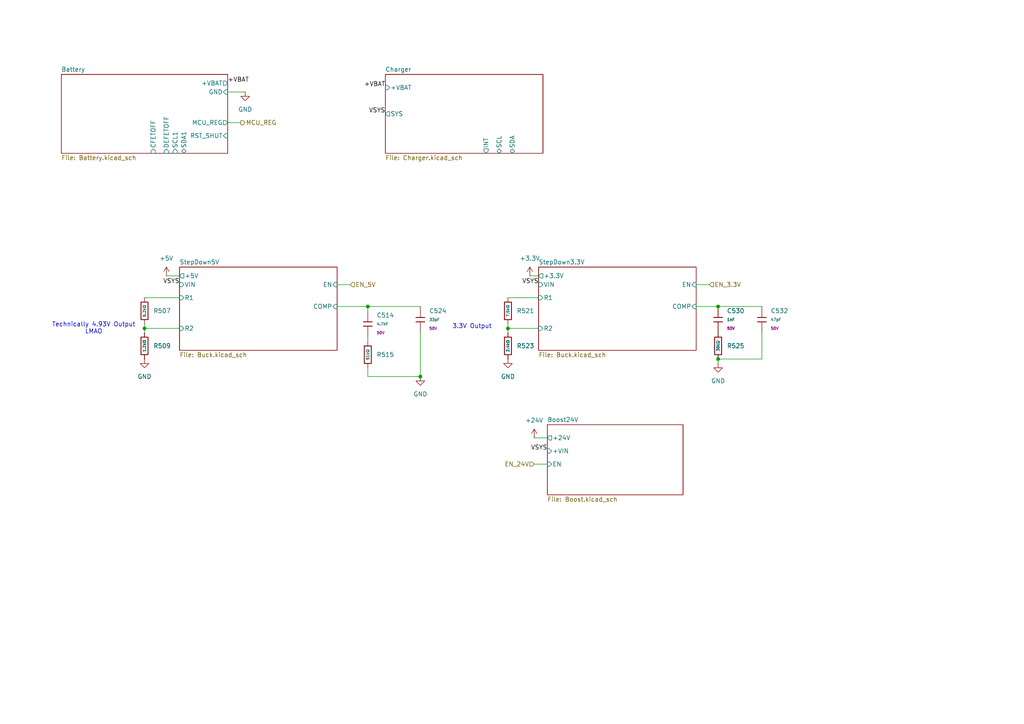
<source format=kicad_sch>
(kicad_sch (version 20250114) (generator "eeschema") (generator_version "9.0")
  (paper "A4")
  (lib_symbols
    (symbol "4in-power:0402,1nF" (pin_numbers (hide yes)) (pin_names (offset 0))
      (property "Reference" "C" (at 2.032 1.668 0))
      (property "Value" "1nF" (at 2.032 -0.3782 0))
      (property "Voltage Rated" "50V" (at 2.032 -2.0462 0))
      (symbol "0402,1nF_0_1"
        (polyline (pts (xy -1.27 0.635) (xy 1.27 0.635)) (stroke (width 0.254)))
        (polyline (pts (xy -1.27 -0.635) (xy 1.27 -0.635)) (stroke (width 0.254)))
      )
      (symbol "0402,1nF_1_1"
        (pin passive line (at 0 3.81 270) (length 3.175) (name "~") (number "1"))
        (pin passive line (at 0 -3.81 90) (length 3.175) (name "~") (number "2"))
      )
    )
    (symbol "4in-power:0402,2.4kΩ" (pin_numbers (hide yes)) (pin_names (offset 0))
      (property "Reference" "R" (at 1.778 0 0))
      (property "Value" "2.4kΩ" (at 0 0 90))
      (symbol "0402,2.4kΩ_0_1"
        (rectangle (start -1.016 2.54) (end 1.016 -2.54) (stroke (width 0.254)))
      )
      (symbol "0402,2.4kΩ_1_1"
        (pin passive line (at 0 3.81 270) (length 1.27) (name "~") (number "1"))
        (pin passive line (at 0 -3.81 90) (length 1.27) (name "~") (number "2"))
      )
    )
    (symbol "4in-power:0402,4.7nF" (pin_numbers (hide yes)) (pin_names (offset 0))
      (property "Reference" "C" (at 2.032 1.668 0))
      (property "Value" "4.7nF" (at 2.032 -0.3782 0))
      (property "Voltage Rated" "50V" (at 2.032 -2.0462 0))
      (symbol "0402,4.7nF_0_1"
        (polyline (pts (xy -1.27 0.635) (xy 1.27 0.635)) (stroke (width 0.254)))
        (polyline (pts (xy -1.27 -0.635) (xy 1.27 -0.635)) (stroke (width 0.254)))
      )
      (symbol "0402,4.7nF_1_1"
        (pin passive line (at 0 3.81 270) (length 3.175) (name "~") (number "1"))
        (pin passive line (at 0 -3.81 90) (length 3.175) (name "~") (number "2"))
      )
    )
    (symbol "4in-power:0402,47pF" (pin_numbers (hide yes)) (pin_names (offset 0))
      (property "Reference" "C" (at 2.032 1.668 0))
      (property "Value" "47pF" (at 2.032 -0.3782 0))
      (property "Voltage Rated" "50V" (at 2.032 -2.0462 0))
      (symbol "0402,47pF_0_1"
        (polyline (pts (xy -1.27 0.635) (xy 1.27 0.635)) (stroke (width 0.254)))
        (polyline (pts (xy -1.27 -0.635) (xy 1.27 -0.635)) (stroke (width 0.254)))
      )
      (symbol "0402,47pF_1_1"
        (pin passive line (at 0 3.81 270) (length 3.175) (name "~") (number "1"))
        (pin passive line (at 0 -3.81 90) (length 3.175) (name "~") (number "2"))
      )
    )
    (symbol "4in-power:0402,7.5kΩ" (pin_numbers (hide yes)) (pin_names (offset 0))
      (property "Reference" "R" (at 1.778 0 0))
      (property "Value" "7.5kΩ" (at 0 0 90))
      (symbol "0402,7.5kΩ_0_1"
        (rectangle (start -1.016 2.54) (end 1.016 -2.54) (stroke (width 0.254)))
      )
      (symbol "0402,7.5kΩ_1_1"
        (pin passive line (at 0 3.81 270) (length 1.27) (name "~") (number "1"))
        (pin passive line (at 0 -3.81 90) (length 1.27) (name "~") (number "2"))
      )
    )
    (symbol "4in-power:0603,30kΩ" (pin_numbers (hide yes)) (pin_names (offset 0))
      (property "Reference" "R" (at 1.778 0 0))
      (property "Value" "30kΩ" (at 0 0 90))
      (symbol "0603,30kΩ_0_1"
        (rectangle (start -1.016 2.54) (end 1.016 -2.54) (stroke (width 0.254)))
      )
      (symbol "0603,30kΩ_1_1"
        (pin passive line (at 0 3.81 270) (length 1.27) (name "~") (number "1"))
        (pin passive line (at 0 -3.81 90) (length 1.27) (name "~") (number "2"))
      )
    )
    (symbol "4in-power:0805,1.2kΩ" (pin_numbers (hide yes)) (pin_names (offset 0))
      (property "Reference" "R" (at 1.778 0 0))
      (property "Value" "1.2kΩ" (at 0 0 90))
      (symbol "0805,1.2kΩ_0_1"
        (rectangle (start -1.016 2.54) (end 1.016 -2.54) (stroke (width 0.254)))
      )
      (symbol "0805,1.2kΩ_1_1"
        (pin passive line (at 0 3.81 270) (length 1.27) (name "~") (number "1"))
        (pin passive line (at 0 -3.81 90) (length 1.27) (name "~") (number "2"))
      )
    )
    (symbol "4in-power:0805,33pF" (pin_numbers (hide yes)) (pin_names (offset 0))
      (property "Reference" "C" (at 2.032 1.668 0))
      (property "Value" "33pF" (at 2.032 -0.3782 0))
      (property "Voltage Rated" "50V" (at 2.032 -2.0462 0))
      (symbol "0805,33pF_0_1"
        (polyline (pts (xy -1.27 0.635) (xy 1.27 0.635)) (stroke (width 0.254)))
        (polyline (pts (xy -1.27 -0.635) (xy 1.27 -0.635)) (stroke (width 0.254)))
      )
      (symbol "0805,33pF_1_1"
        (pin passive line (at 0 3.81 270) (length 3.175) (name "~") (number "1"))
        (pin passive line (at 0 -3.81 90) (length 3.175) (name "~") (number "2"))
      )
    )
    (symbol "4in-power:0805,51kΩ" (pin_numbers (hide yes)) (pin_names (offset 0))
      (property "Reference" "R" (at 1.778 0 0))
      (property "Value" "51kΩ" (at 0 0 90))
      (symbol "0805,51kΩ_0_1"
        (rectangle (start -1.016 2.54) (end 1.016 -2.54) (stroke (width 0.254)))
      )
      (symbol "0805,51kΩ_1_1"
        (pin passive line (at 0 3.81 270) (length 1.27) (name "~") (number "1"))
        (pin passive line (at 0 -3.81 90) (length 1.27) (name "~") (number "2"))
      )
    )
    (symbol "4in-power:0805,6.2kΩ" (pin_numbers (hide yes)) (pin_names (offset 0))
      (property "Reference" "R" (at 1.778 0 0))
      (property "Value" "6.2kΩ" (at 0 0 90))
      (symbol "0805,6.2kΩ_0_1"
        (rectangle (start -1.016 2.54) (end 1.016 -2.54) (stroke (width 0.254)))
      )
      (symbol "0805,6.2kΩ_1_1"
        (pin passive line (at 0 3.81 270) (length 1.27) (name "~") (number "1"))
        (pin passive line (at 0 -3.81 90) (length 1.27) (name "~") (number "2"))
      )
    )
    (symbol "power:+24V" (power) (pin_numbers (hide yes)) (pin_names (offset 0) (hide yes))
      (property "Value" "+24V" (at 0 3.556 0))
      (symbol "+24V_0_1"
        (polyline (pts (xy -0.762 1.27) (xy 0 2.54)))
        (polyline (pts (xy 0 2.54) (xy 0.762 1.27)))
        (polyline (pts (xy 0 0) (xy 0 2.54)))
      )
      (symbol "+24V_1_1"
        (pin power_in line (at 0 0 90) (length 0) (name "~") (number "1"))
      )
    )
    (symbol "power:+3.3V" (power) (pin_numbers (hide yes)) (pin_names (offset 0) (hide yes))
      (property "Value" "+3.3V" (at 0 3.556 0))
      (symbol "+3.3V_0_1"
        (polyline (pts (xy -0.762 1.27) (xy 0 2.54)))
        (polyline (pts (xy 0 2.54) (xy 0.762 1.27)))
        (polyline (pts (xy 0 0) (xy 0 2.54)))
      )
      (symbol "+3.3V_1_1"
        (pin power_in line (at 0 0 90) (length 0) (name "~") (number "1"))
      )
    )
    (symbol "power:+5V" (power) (pin_numbers (hide yes)) (pin_names (offset 0) (hide yes))
      (property "Value" "+5V" (at 0 3.556 0))
      (symbol "+5V_0_1"
        (polyline (pts (xy -0.762 1.27) (xy 0 2.54)))
        (polyline (pts (xy 0 2.54) (xy 0.762 1.27)))
        (polyline (pts (xy 0 0) (xy 0 2.54)))
      )
      (symbol "+5V_1_1"
        (pin power_in line (at 0 0 90) (length 0) (name "~") (number "1"))
      )
    )
    (symbol "power:GND" (power) (pin_numbers (hide yes)) (pin_names (offset 0) (hide yes))
      (property "Value" "GND" (at 0 -3.81 0))
      (symbol "GND_0_1"
        (polyline (pts (xy 0 0) (xy 0 -1.27) (xy 1.27 -1.27) (xy 0 -2.54) (xy -1.27 -1.27) (xy 0 -1.27)))
      )
      (symbol "GND_1_1"
        (pin power_in line (at 0 0 270) (length 0) (name "~") (number "1"))
      )
    )
  )
  (text "Technically 4.93V Output\nLMAO" (at 27.178 95.25 0) (effects (font (size 1.27 1.27))))
  (text "5V Buck-boost" (at 349.504 261.62 0) (effects (font (size 3.175 3.175))))
  (text "3.3V Output" (at 136.906 94.742 0) (effects (font (size 1.27 1.27))))
  (junction (at 147.32 95.25))
  (junction (at 106.68 88.9))
  (junction (at 121.92 109.22))
  (junction (at 41.91 95.25))
  (junction (at 208.28 104.14))
  (junction (at 208.28 88.9))
  (wire (pts (xy 201.93 88.9) (xy 208.28 88.9)))
  (wire (pts (xy 106.68 97.79) (xy 106.68 99.06)))
  (wire (pts (xy 121.92 96.52) (xy 121.92 109.22)))
  (wire (pts (xy 97.79 88.9) (xy 106.68 88.9)))
  (wire (pts (xy 48.26 80.01) (xy 52.07 80.01)))
  (wire (pts (xy 220.98 104.14) (xy 208.28 104.14)))
  (wire (pts (xy 220.98 96.52) (xy 220.98 104.14)))
  (wire (pts (xy 41.91 86.36) (xy 52.07 86.36)))
  (wire (pts (xy 101.6 82.55) (xy 97.79 82.55)))
  (wire (pts (xy 66.04 26.67) (xy 71.12 26.67)))
  (wire (pts (xy 147.32 86.36) (xy 156.21 86.36)))
  (wire (pts (xy 208.28 105.41) (xy 208.28 104.14)))
  (wire (pts (xy 154.94 127) (xy 158.75 127)))
  (wire (pts (xy 147.32 95.25) (xy 147.32 96.52)))
  (wire (pts (xy 153.67 80.01) (xy 156.21 80.01)))
  (wire (pts (xy 121.92 109.22) (xy 106.68 109.22)))
  (wire (pts (xy 41.91 96.52) (xy 41.91 95.25)))
  (wire (pts (xy 147.32 93.98) (xy 147.32 95.25)))
  (wire (pts (xy 106.68 88.9) (xy 121.92 88.9)))
  (wire (pts (xy 208.28 88.9) (xy 220.98 88.9)))
  (wire (pts (xy 147.32 95.25) (xy 156.21 95.25)))
  (wire (pts (xy 41.91 95.25) (xy 52.07 95.25)))
  (wire (pts (xy 106.68 90.17) (xy 106.68 88.9)))
  (wire (pts (xy 205.74 82.55) (xy 201.93 82.55)))
  (wire (pts (xy 106.68 109.22) (xy 106.68 106.68)))
  (wire (pts (xy 41.91 95.25) (xy 41.91 93.98)))
  (wire (pts (xy 154.94 134.62) (xy 158.75 134.62)))
  (wire (pts (xy 69.85 35.56) (xy 66.04 35.56)))
  (label "VSYS" (at 156.21 82.55 180))
  (label "+VBAT" (at 111.76 25.4 180))
  (label "VSYS" (at 158.75 130.81 180))
  (label "+VBAT" (at 66.04 24.13 0))
  (label "VSYS" (at 111.76 33.02 180))
  (label "VSYS" (at 52.07 82.55 180))
  (hierarchical_label "MCU_REG" (shape output) (at 69.85 35.56 0))
  (hierarchical_label "EN_3.3V" (shape input) (at 205.74 82.55 0))
  (hierarchical_label "EN_24V" (shape input) (at 154.94 134.62 180))
  (hierarchical_label "EN_5V" (shape input) (at 101.6 82.55 0))
  (symbol (lib_id "4in-power:0805,51kΩ") (at 106.68 102.87 0) (unit 1)
    (property "Reference" "R515" (at 109.22 102.8699 0) (effects (justify left)))
    (property "Value" "51kΩ" (at 106.68 102.87 90) (effects (font (size 0.8 0.8))))
    (property "Footprint" "PCM_JLCPCB:R_0805" (effects (hide yes)))
    (property "Datasheet" "https://www.lcsc.com/datasheet/lcsc_datasheet_2206010200_UNI-ROYAL-Uniroyal-Elec-0805W8F5102T5E_C17737.pdf" (effects (hide yes)))
    (property "Description" "125mW Thick Film Resistors 150V ±100ppm/°C ±1% 51kΩ 0805 Chip Resistor - Surface Mount ROHS" (effects (hide yes)))
    (property "LCSC" "C17737" (effects (hide yes)))
    (property "Stock" "572610" (effects (hide yes)))
    (property "Price" "0.005USD" (effects (hide yes)))
    (property "Process" "SMT" (effects (hide yes)))
    (property "Minimum Qty" "20" (effects (hide yes)))
    (property "Attrition Qty" "10" (effects (hide yes)))
    (property "Class" "Basic Component" (effects (hide yes)))
    (property "Category" "Resistors,Chip Resistor - Surface Mount" (effects (hide yes)))
    (property "Manufacturer" "UNI-ROYAL(Uniroyal Elec)" (effects (hide yes)))
    (property "Part" "0805W8F5102T5E" (effects (hide yes)))
    (property "Resistance" "51kΩ" (effects (hide yes)))
    (property "Power(Watts)" "125mW" (effects (hide yes)))
    (property "Type" "Thick Film Resistors" (effects (hide yes)))
    (property "Overload Voltage (Max)" "150V" (effects (hide yes)))
    (property "Operating Temperature Range" "-55°C~+155°C" (effects (hide yes)))
    (property "Tolerance" "±1%" (effects (hide yes)))
    (property "Temperature Coefficient" "±100ppm/°C" (effects (hide yes)))
  )
  (symbol (lib_id "power:+5V") (at 48.26 80.01 0) (unit 1)
    (property "Reference" "#PWR0520" (effects (hide yes)))
    (property "Value" "+5V" (at 48.26 74.93 0))
    (property "Description" "Power symbol creates a global label with name \"+5V\"" (effects (hide yes)))
  )
  (symbol (lib_id "4in-power:0805,1.2kΩ") (at 41.91 100.33 0) (unit 1)
    (property "Reference" "R509" (at 44.45 100.3299 0) (effects (justify left)))
    (property "Value" "1.2kΩ" (at 41.91 100.33 90) (effects (font (size 0.8 0.8))))
    (property "Footprint" "PCM_JLCPCB:R_0805" (effects (hide yes)))
    (property "Datasheet" "https://www.lcsc.com/datasheet/lcsc_datasheet_2206010216_UNI-ROYAL-Uniroyal-Elec-0805W8F1201T5E_C17379.pdf" (effects (hide yes)))
    (property "Description" "125mW Thick Film Resistors 150V ±100ppm/°C ±1% 1.2kΩ 0805 Chip Resistor - Surface Mount ROHS" (effects (hide yes)))
    (property "LCSC" "C17379" (effects (hide yes)))
    (property "Stock" "288664" (effects (hide yes)))
    (property "Price" "0.005USD" (effects (hide yes)))
    (property "Process" "SMT" (effects (hide yes)))
    (property "Minimum Qty" "20" (effects (hide yes)))
    (property "Attrition Qty" "10" (effects (hide yes)))
    (property "Class" "Basic Component" (effects (hide yes)))
    (property "Category" "Resistors,Chip Resistor - Surface Mount" (effects (hide yes)))
    (property "Manufacturer" "UNI-ROYAL(Uniroyal Elec)" (effects (hide yes)))
    (property "Part" "0805W8F1201T5E" (effects (hide yes)))
    (property "Resistance" "1.2kΩ" (effects (hide yes)))
    (property "Power(Watts)" "125mW" (effects (hide yes)))
    (property "Type" "Thick Film Resistors" (effects (hide yes)))
    (property "Overload Voltage (Max)" "150V" (effects (hide yes)))
    (property "Operating Temperature Range" "-55°C~+155°C" (effects (hide yes)))
    (property "Tolerance" "±1%" (effects (hide yes)))
    (property "Temperature Coefficient" "±100ppm/°C" (effects (hide yes)))
  )
  (symbol (lib_id "power:GND") (at 41.91 104.14 0) (unit 1)
    (property "Reference" "#PWR518" (effects (hide yes)))
    (property "Value" "GND" (at 41.91 109.22 0))
    (property "Description" "Power symbol creates a global label with name \"GND\" , ground" (effects (hide yes)))
  )
  (symbol (lib_id "power:GND") (at 208.28 105.41 0) (unit 1)
    (property "Reference" "#PWR530" (effects (hide yes)))
    (property "Value" "GND" (at 208.28 110.49 0))
    (property "Description" "Power symbol creates a global label with name \"GND\" , ground" (effects (hide yes)))
  )
  (symbol (lib_id "power:+3.3V") (at 153.67 80.01 0) (unit 1)
    (property "Reference" "#PWR0543" (effects (hide yes)))
    (property "Value" "+3.3V" (at 153.67 74.93 0))
    (property "Description" "Power symbol creates a global label with name \"+3.3V\"" (effects (hide yes)))
  )
  (symbol (lib_id "4in-power:0402,7.5kΩ") (at 147.32 90.17 0) (unit 1)
    (property "Reference" "R521" (at 149.86 90.1699 0) (effects (justify left)))
    (property "Value" "7.5kΩ" (at 147.32 90.17 90) (effects (font (size 0.8 0.8))))
    (property "Footprint" "PCM_JLCPCB:R_0402" (effects (hide yes)))
    (property "Datasheet" "https://www.lcsc.com/datasheet/lcsc_datasheet_2206010045_UNI-ROYAL-Uniroyal-Elec-0402WGF7501TCE_C25918.pdf" (effects (hide yes)))
    (property "Description" "62.5mW Thick Film Resistors 50V ±100ppm/°C ±1% 7.5kΩ 0402 Chip Resistor - Surface Mount ROHS" (effects (hide yes)))
    (property "LCSC" "C25918" (effects (hide yes)))
    (property "Stock" "105011" (effects (hide yes)))
    (property "Price" "0.004USD" (effects (hide yes)))
    (property "Process" "SMT" (effects (hide yes)))
    (property "Minimum Qty" "20" (effects (hide yes)))
    (property "Attrition Qty" "10" (effects (hide yes)))
    (property "Class" "Preferred Component" (effects (hide yes)))
    (property "Category" "Resistors,Chip Resistor - Surface Mount" (effects (hide yes)))
    (property "Manufacturer" "UNI-ROYAL(Uniroyal Elec)" (effects (hide yes)))
    (property "Part" "0402WGF7501TCE" (effects (hide yes)))
    (property "Resistance" "7.5kΩ" (effects (hide yes)))
    (property "Power(Watts)" "62.5mW" (effects (hide yes)))
    (property "Type" "Thick Film Resistors" (effects (hide yes)))
    (property "Overload Voltage (Max)" "50V" (effects (hide yes)))
    (property "Operating Temperature Range" "-55°C~+155°C" (effects (hide yes)))
    (property "Tolerance" "±1%" (effects (hide yes)))
    (property "Temperature Coefficient" "±100ppm/°C" (effects (hide yes)))
  )
  (symbol (lib_id "4in-power:0402,2.4kΩ") (at 147.32 100.33 0) (unit 1)
    (property "Reference" "R523" (at 149.86 100.3299 0) (effects (justify left)))
    (property "Value" "2.4kΩ" (at 147.32 100.33 90) (effects (font (size 0.8 0.8))))
    (property "Footprint" "PCM_JLCPCB:R_0402" (effects (hide yes)))
    (property "Datasheet" "https://www.lcsc.com/datasheet/lcsc_datasheet_2206010045_UNI-ROYAL-Uniroyal-Elec-0402WGF2401TCE_C25882.pdf" (effects (hide yes)))
    (property "Description" "62.5mW Thick Film Resistors 50V ±100ppm/°C ±1% 2.4kΩ 0402 Chip Resistor - Surface Mount ROHS" (effects (hide yes)))
    (property "LCSC" "C25882" (effects (hide yes)))
    (property "Stock" "521303" (effects (hide yes)))
    (property "Price" "0.004USD" (effects (hide yes)))
    (property "Process" "SMT" (effects (hide yes)))
    (property "Minimum Qty" "20" (effects (hide yes)))
    (property "Attrition Qty" "10" (effects (hide yes)))
    (property "Class" "Preferred Component" (effects (hide yes)))
    (property "Category" "Resistors,Chip Resistor - Surface Mount" (effects (hide yes)))
    (property "Manufacturer" "UNI-ROYAL(Uniroyal Elec)" (effects (hide yes)))
    (property "Part" "0402WGF2401TCE" (effects (hide yes)))
    (property "Resistance" "2.4kΩ" (effects (hide yes)))
    (property "Power(Watts)" "62.5mW" (effects (hide yes)))
    (property "Type" "Thick Film Resistors" (effects (hide yes)))
    (property "Overload Voltage (Max)" "50V" (effects (hide yes)))
    (property "Operating Temperature Range" "-55°C~+155°C" (effects (hide yes)))
    (property "Tolerance" "±1%" (effects (hide yes)))
    (property "Temperature Coefficient" "±100ppm/°C" (effects (hide yes)))
  )
  (symbol (lib_id "4in-power:0603,30kΩ") (at 208.28 100.33 0) (unit 1)
    (property "Reference" "R525" (at 210.82 100.3299 0) (effects (justify left)))
    (property "Value" "30kΩ" (at 208.28 100.33 90) (effects (font (size 0.8 0.8))))
    (property "Footprint" "PCM_JLCPCB:R_0603" (effects (hide yes)))
    (property "Datasheet" "https://www.lcsc.com/datasheet/lcsc_datasheet_2206010116_UNI-ROYAL-Uniroyal-Elec-0603WAF3002T5E_C22984.pdf" (effects (hide yes)))
    (property "Description" "100mW Thick Film Resistors 75V ±100ppm/°C ±1% 30kΩ 0603 Chip Resistor - Surface Mount ROHS" (effects (hide yes)))
    (property "LCSC" "C22984" (effects (hide yes)))
    (property "Stock" "753239" (effects (hide yes)))
    (property "Price" "0.004USD" (effects (hide yes)))
    (property "Process" "SMT" (effects (hide yes)))
    (property "Minimum Qty" "20" (effects (hide yes)))
    (property "Attrition Qty" "10" (effects (hide yes)))
    (property "Class" "Basic Component" (effects (hide yes)))
    (property "Category" "Resistors,Chip Resistor - Surface Mount" (effects (hide yes)))
    (property "Manufacturer" "UNI-ROYAL(Uniroyal Elec)" (effects (hide yes)))
    (property "Part" "0603WAF3002T5E" (effects (hide yes)))
    (property "Resistance" "30kΩ" (effects (hide yes)))
    (property "Power(Watts)" "100mW" (effects (hide yes)))
    (property "Type" "Thick Film Resistors" (effects (hide yes)))
    (property "Overload Voltage (Max)" "75V" (effects (hide yes)))
    (property "Operating Temperature Range" "-55°C~+155°C" (effects (hide yes)))
    (property "Tolerance" "±1%" (effects (hide yes)))
    (property "Temperature Coefficient" "±100ppm/°C" (effects (hide yes)))
  )
  (symbol (lib_id "4in-power:0402,4.7nF") (at 106.68 93.98 0) (unit 1)
    (property "Reference" "C514" (at 109.22 91.4399 0) (effects (justify left)))
    (property "Value" "4.7nF" (at 109.22 93.98 0) (effects (font (size 0.8 0.8)) (justify left)))
    (property "Footprint" "PCM_JLCPCB:C_0402" (effects (hide yes)))
    (property "Datasheet" "https://www.lcsc.com/datasheet/lcsc_datasheet_2304140030_FH--Guangdong-Fenghua-Advanced-Tech-0402B472K500NT_C1538.pdf" (effects (hide yes)))
    (property "Description" "50V 4.7nF X7R ±10% 0402 Multilayer Ceramic Capacitors MLCC - SMD/SMT ROHS" (effects (hide yes)))
    (property "LCSC" "C1538" (effects (hide yes)))
    (property "Stock" "401641" (effects (hide yes)))
    (property "Price" "0.004USD" (effects (hide yes)))
    (property "Process" "SMT" (effects (hide yes)))
    (property "Minimum Qty" "20" (effects (hide yes)))
    (property "Attrition Qty" "10" (effects (hide yes)))
    (property "Class" "Basic Component" (effects (hide yes)))
    (property "Category" "Capacitors,Multilayer Ceramic Capacitors MLCC - SMD/SMT" (effects (hide yes)))
    (property "Manufacturer" "FH(Guangdong Fenghua Advanced Tech)" (effects (hide yes)))
    (property "Part" "0402B472K500NT" (effects (hide yes)))
    (property "Voltage Rated" "50V" (at 109.22 96.52 0) (effects (font (size 0.8 0.8)) (justify left)))
    (property "Tolerance" "±10%" (effects (hide yes)))
    (property "Capacitance" "4.7nF" (effects (hide yes)))
    (property "Temperature Coefficient" "X7R" (effects (hide yes)))
  )
  (symbol (lib_id "4in-power:0805,6.2kΩ") (at 41.91 90.17 0) (unit 1)
    (property "Reference" "R507" (at 44.45 90.1699 0) (effects (justify left)))
    (property "Value" "6.2kΩ" (at 41.91 90.17 90) (effects (font (size 0.8 0.8))))
    (property "Footprint" "PCM_JLCPCB:R_0805" (effects (hide yes)))
    (property "Datasheet" "https://www.lcsc.com/datasheet/lcsc_datasheet_2205311830_UNI-ROYAL-Uniroyal-Elec-0805W8F6201T5E_C17767.pdf" (effects (hide yes)))
    (property "Description" "125mW Thick Film Resistors 150V ±100ppm/°C ±1% 6.2kΩ 0805 Chip Resistor - Surface Mount ROHS" (effects (hide yes)))
    (property "LCSC" "C17767" (effects (hide yes)))
    (property "Stock" "49886" (effects (hide yes)))
    (property "Price" "0.005USD" (effects (hide yes)))
    (property "Process" "SMT" (effects (hide yes)))
    (property "Minimum Qty" "20" (effects (hide yes)))
    (property "Attrition Qty" "10" (effects (hide yes)))
    (property "Class" "Preferred Component" (effects (hide yes)))
    (property "Category" "Resistors,Chip Resistor - Surface Mount" (effects (hide yes)))
    (property "Manufacturer" "UNI-ROYAL(Uniroyal Elec)" (effects (hide yes)))
    (property "Part" "0805W8F6201T5E" (effects (hide yes)))
    (property "Resistance" "6.2kΩ" (effects (hide yes)))
    (property "Power(Watts)" "125mW" (effects (hide yes)))
    (property "Type" "Thick Film Resistors" (effects (hide yes)))
    (property "Overload Voltage (Max)" "150V" (effects (hide yes)))
    (property "Operating Temperature Range" "-55°C~+155°C" (effects (hide yes)))
    (property "Tolerance" "±1%" (effects (hide yes)))
    (property "Temperature Coefficient" "±100ppm/°C" (effects (hide yes)))
  )
  (symbol (lib_id "power:+24V") (at 154.94 127 0) (unit 1)
    (property "Reference" "#PWR0539" (effects (hide yes)))
    (property "Value" "+24V" (at 154.94 121.92 0))
    (property "Description" "Power symbol creates a global label with name \"+24V\"" (effects (hide yes)))
  )
  (symbol (lib_id "power:GND") (at 71.12 26.67 0) (unit 1)
    (property "Reference" "#PWR512" (effects (hide yes)))
    (property "Value" "GND" (at 71.12 31.75 0))
    (property "Description" "Power symbol creates a global label with name \"GND\" , ground" (effects (hide yes)))
  )
  (symbol (lib_id "power:GND") (at 147.32 104.14 0) (unit 1)
    (property "Reference" "#PWR529" (effects (hide yes)))
    (property "Value" "GND" (at 147.32 109.22 0))
    (property "Description" "Power symbol creates a global label with name \"GND\" , ground" (effects (hide yes)))
  )
  (symbol (lib_id "4in-power:0402,1nF") (at 208.28 92.71 0) (unit 1)
    (property "Reference" "C530" (at 210.82 90.1699 0) (effects (justify left)))
    (property "Value" "1nF" (at 210.82 92.71 0) (effects (font (size 0.8 0.8)) (justify left)))
    (property "Footprint" "PCM_JLCPCB:C_0402" (effects (hide yes)))
    (property "Datasheet" "https://www.lcsc.com/datasheet/lcsc_datasheet_2304140030_FH--Guangdong-Fenghua-Advanced-Tech-0402B102K500NT_C1523.pdf" (effects (hide yes)))
    (property "Description" "50V 1nF X7R ±10% 0402 Multilayer Ceramic Capacitors MLCC - SMD/SMT ROHS" (effects (hide yes)))
    (property "LCSC" "C1523" (effects (hide yes)))
    (property "Stock" "4702397" (effects (hide yes)))
    (property "Price" "0.004USD" (effects (hide yes)))
    (property "Process" "SMT" (effects (hide yes)))
    (property "Minimum Qty" "20" (effects (hide yes)))
    (property "Attrition Qty" "10" (effects (hide yes)))
    (property "Class" "Basic Component" (effects (hide yes)))
    (property "Category" "Capacitors,Multilayer Ceramic Capacitors MLCC - SMD/SMT" (effects (hide yes)))
    (property "Manufacturer" "FH(Guangdong Fenghua Advanced Tech)" (effects (hide yes)))
    (property "Part" "0402B102K500NT" (effects (hide yes)))
    (property "Voltage Rated" "50V" (at 210.82 95.25 0) (effects (font (size 0.8 0.8)) (justify left)))
    (property "Tolerance" "±10%" (effects (hide yes)))
    (property "Capacitance" "1nF" (effects (hide yes)))
    (property "Temperature Coefficient" "X7R" (effects (hide yes)))
  )
  (symbol (lib_id "power:GND") (at 121.92 109.22 0) (unit 1)
    (property "Reference" "#PWR528" (effects (hide yes)))
    (property "Value" "GND" (at 121.92 114.3 0))
    (property "Description" "Power symbol creates a global label with name \"GND\" , ground" (effects (hide yes)))
  )
  (symbol (lib_id "4in-power:0402,47pF") (at 220.98 92.71 0) (unit 1)
    (property "Reference" "C532" (at 223.52 90.1699 0) (effects (justify left)))
    (property "Value" "47pF" (at 223.52 92.71 0) (effects (font (size 0.8 0.8)) (justify left)))
    (property "Footprint" "PCM_JLCPCB:C_0402" (effects (hide yes)))
    (property "Datasheet" "https://www.lcsc.com/datasheet/lcsc_datasheet_2304140030_FH--Guangdong-Fenghua-Advanced-Tech-0402CG470J500NT_C1567.pdf" (effects (hide yes)))
    (property "Description" "50V 47pF C0G ±5% 0402 Multilayer Ceramic Capacitors MLCC - SMD/SMT ROHS" (effects (hide yes)))
    (property "LCSC" "C1567" (effects (hide yes)))
    (property "Stock" "516184" (effects (hide yes)))
    (property "Price" "0.004USD" (effects (hide yes)))
    (property "Process" "SMT" (effects (hide yes)))
    (property "Minimum Qty" "20" (effects (hide yes)))
    (property "Attrition Qty" "10" (effects (hide yes)))
    (property "Class" "Basic Component" (effects (hide yes)))
    (property "Category" "Capacitors,Multilayer Ceramic Capacitors MLCC - SMD/SMT" (effects (hide yes)))
    (property "Manufacturer" "FH(Guangdong Fenghua Advanced Tech)" (effects (hide yes)))
    (property "Part" "0402CG470J500NT" (effects (hide yes)))
    (property "Voltage Rated" "50V" (at 223.52 95.25 0) (effects (font (size 0.8 0.8)) (justify left)))
    (property "Tolerance" "±5%" (effects (hide yes)))
    (property "Capacitance" "47pF" (effects (hide yes)))
    (property "Temperature Coefficient" "C0G" (effects (hide yes)))
  )
  (symbol (lib_id "4in-power:0805,33pF") (at 121.92 92.71 0) (unit 1)
    (property "Reference" "C524" (at 124.46 90.1699 0) (effects (justify left)))
    (property "Value" "33pF" (at 124.46 92.71 0) (effects (font (size 0.8 0.8)) (justify left)))
    (property "Footprint" "PCM_JLCPCB:C_0805" (effects (hide yes)))
    (property "Datasheet" "https://www.lcsc.com/datasheet/lcsc_datasheet_2304140030_YAGEO-CC0805JRNPO9BN330_C107115.pdf" (effects (hide yes)))
    (property "Description" "50V 33pF NP0 ±5% 0805 Multilayer Ceramic Capacitors MLCC - SMD/SMT ROHS" (effects (hide yes)))
    (property "LCSC" "C107115" (effects (hide yes)))
    (property "Stock" "97581" (effects (hide yes)))
    (property "Price" "0.009USD" (effects (hide yes)))
    (property "Process" "SMT" (effects (hide yes)))
    (property "Minimum Qty" "20" (effects (hide yes)))
    (property "Attrition Qty" "12" (effects (hide yes)))
    (property "Class" "Preferred Component" (effects (hide yes)))
    (property "Category" "Capacitors,Multilayer Ceramic Capacitors MLCC - SMD/SMT" (effects (hide yes)))
    (property "Manufacturer" "YAGEO" (effects (hide yes)))
    (property "Part" "CC0805JRNPO9BN330" (effects (hide yes)))
    (property "Voltage Rated" "50V" (at 124.46 95.25 0) (effects (font (size 0.8 0.8)) (justify left)))
    (property "Tolerance" "±5%" (effects (hide yes)))
    (property "Capacitance" "33pF" (effects (hide yes)))
    (property "Temperature Coefficient" "NP0" (effects (hide yes)))
  )
  (sheet (at 156.21 77.47) (size 45.72 24.13) (stroke (width 0.1524))
    (property "Sheetname" "StepDown3.3V" (at 156.21 76.7584 0) (effects (justify left bottom)))
    (property "Sheetfile" "Buck.kicad_sch" (at 156.21 102.1846 0) (effects (justify left top)))
    (pin "+3.3V" output (at 156.21 80.01 180))
    (pin "R1" input (at 156.21 86.36 180))
    (pin "R2" input (at 156.21 95.25 180))
    (pin "COMP" input (at 201.93 88.9 0))
    (pin "EN" input (at 201.93 82.55 0))
    (pin "VIN" input (at 156.21 82.55 180))
  )
  (sheet (at 158.75 123.19) (size 39.37 20.32) (stroke (width 0.1524))
    (property "Sheetname" "Boost24V" (at 158.75 122.4784 0) (effects (justify left bottom)))
    (property "Sheetfile" "Boost.kicad_sch" (at 158.75 144.0946 0) (effects (justify left top)))
    (pin "+24V" output (at 158.75 127 180))
    (pin "+VIN" input (at 158.75 130.81 180))
    (pin "EN" input (at 158.75 134.62 180))
  )
  (sheet (at 111.76 21.59) (size 45.72 22.86) (stroke (width 0.1524))
    (property "Sheetname" "Charger" (at 111.76 20.8784 0) (effects (justify left bottom)))
    (property "Sheetfile" "Charger.kicad_sch" (at 111.76 45.0346 0) (effects (justify left top)))
    (pin "+VBAT" input (at 111.76 25.4 180))
    (pin "INT" output (at 140.97 44.45 270))
    (pin "SCL" bidirectional (at 144.78 44.45 270))
    (pin "SDA" bidirectional (at 148.59 44.45 270))
    (pin "SYS" output (at 111.76 33.02 180))
  )
  (sheet (at 17.78 21.59) (size 48.26 22.86) (stroke (width 0.1524))
    (property "Sheetname" "Battery" (at 17.78 20.8784 0) (effects (justify left bottom)))
    (property "Sheetfile" "Battery.kicad_sch" (at 17.78 45.0346 0) (effects (justify left top)))
    (pin "+VBAT" output (at 66.04 24.13 0))
    (pin "CFETOFF" input (at 44.45 44.45 270))
    (pin "DEFETOFF" input (at 48.26 44.45 270))
    (pin "GND" input (at 66.04 26.67 0))
    (pin "MCU_REG" output (at 66.04 35.56 0))
    (pin "RST_SHUT" input (at 66.04 39.37 0))
    (pin "SCL1" input (at 50.8 44.45 270))
    (pin "SDA1" bidirectional (at 53.34 44.45 270))
  )
  (sheet (at 52.07 77.47) (size 45.72 24.13) (stroke (width 0.1524))
    (property "Sheetname" "StepDown5V" (at 52.07 76.7584 0) (effects (justify left bottom)))
    (property "Sheetfile" "Buck.kicad_sch" (at 52.07 102.1846 0) (effects (justify left top)))
    (pin "+5V" output (at 52.07 80.01 180))
    (pin "R1" input (at 52.07 86.36 180))
    (pin "R2" input (at 52.07 95.25 180))
    (pin "COMP" input (at 97.79 88.9 0))
    (pin "EN" input (at 97.79 82.55 0))
    (pin "VIN" input (at 52.07 82.55 180))
  )
)
</source>
